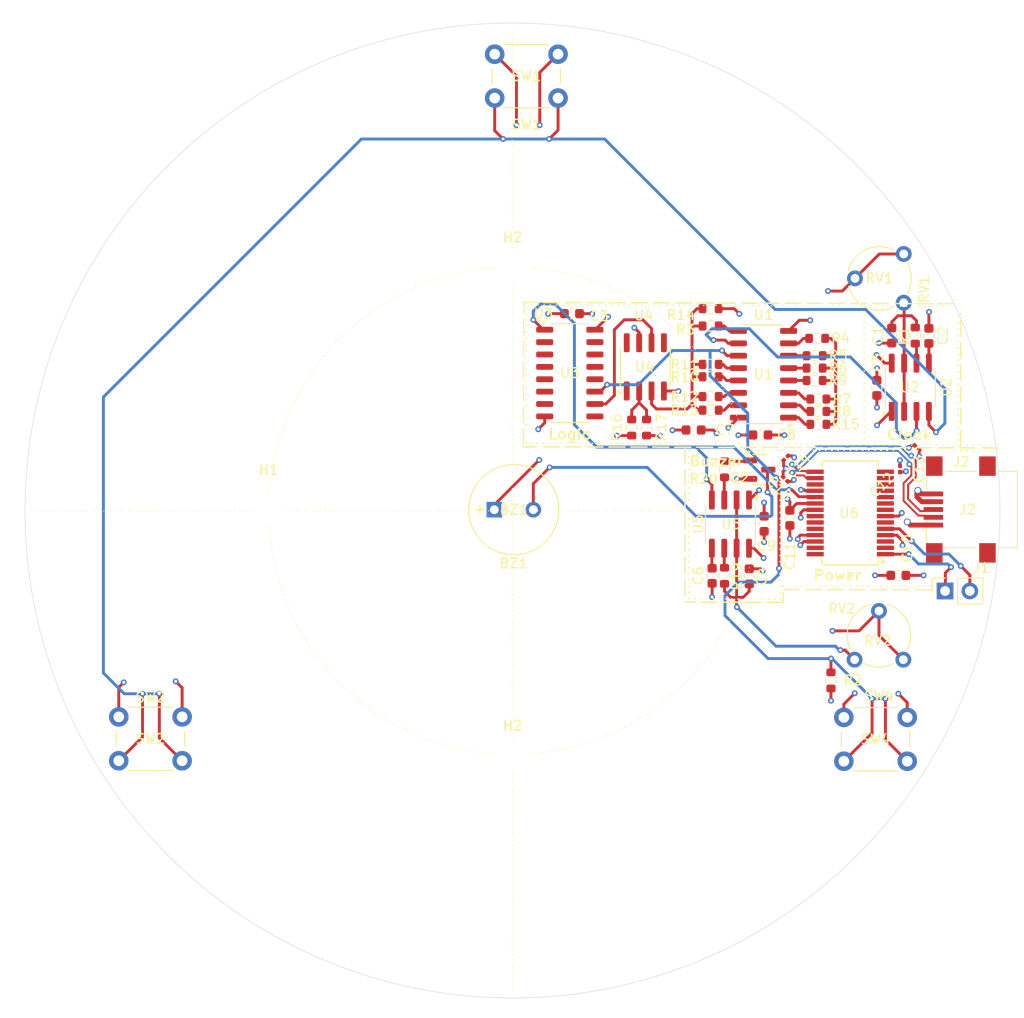
<source format=kicad_pcb>
(kicad_pcb (version 20241229) (generator "pcbnew") (generator_version "9.0")
  (layers (0 "F.Cu" signal "F.SGN") (4 "In1.Cu" signal "I1.GND") (6 "In2.Cu" signal "I2.PWR") (2 "B.Cu" signal "B.SGN") (13 "F.Paste" user) (15 "B.Paste" user) (5 "F.SilkS" user "F.Silkscreen") (7 "B.SilkS" user "B.Silkscreen") (1 "F.Mask" user) (3 "B.Mask" user) (25 "Edge.Cuts" user))
  (net 0 "")
  (net 1 "Net-(U2-DIS)")
  (net 2 "Net-(U2-THR)")
  (net 3 "Net-(SW1-B)")
  (net 4 "5V")
  (net 5 "Net-(U2-CV)")
  (net 6 "GND")
  (net 7 "CLOCK")
  (net 8 "Net-(U5-CV)")
  (net 9 "Net-(U5-DIS)")
  (net 10 "Net-(U5-Q)")
  (net 11 "ALARM")
  (net 12 "Net-(U5-THR)")
  (net 15 "DT+")
  (net 16 "Net-(J1-Pin_2)")
  (net 21 "DT-")
  (net 22 "Net-(J1-Pin_1)")
  (net 31 "Net-(BZ1--)")
  (net 32 "RESET")
  (net 33 "Net-(U1-Q0)")
  (net 34 "Net-(U4-+)")
  (net 35 "Net-(U1-Q1)")
  (net 36 "Net-(U1-Q2)")
  (net 37 "Net-(U1-Q3)")
  (net 38 "Net-(U1-Q4)")
  (net 39 "Net-(U1-Q5)")
  (net 40 "Net-(U1-Q6)")
  (net 41 "Net-(U1-Q7)")
  (net 42 "Net-(U1-Q8)")
  (net 43 "Net-(U1-Q9)")
  (net 44 "Net-(U1-Q10)")
  (net 45 "Net-(U1-Q11)")
  (net 46 "Net-(U4--)")
  (net 47 "Net-(U3-CLK)")
  (net 62 "Net-(Q2-B)")
  (footprint "Capacitor_SMD:C_0603_1608Metric" (layer "F.Cu") (at 89.443 60.325 180)
    (property "Reference" "C7")
    (property "Value" "100n")
  )
  (footprint "MountingHole:MountingHole_3.2mm_M3" (layer "F.Cu") (at 70.85 43.62)
    (property "Reference" "H2")
    (property "Value" "MountingHole")
  )
  (footprint "Capacitor_SMD:C_0603_1608Metric" (layer "F.Cu") (at 95.152 75.334 90)
    (property "Reference" "C4")
    (property "Value" "10n")
  )
  (footprint "Resistor_SMD:R_0603_1608Metric" (layer "F.Cu") (at 103.5304 86.0044 90)
    (property "Reference" "R2")
    (property "Value" "100k")
  )
  (footprint "Resistor_SMD:R_0603_1608Metric" (layer "F.Cu") (at 101.854 52.705)
    (property "Reference" "R5")
    (property "Value" "100k")
  )
  (footprint "Package_SO:SOIC-8_3.9x4.9mm_P1.27mm" (layer "F.Cu") (at 111.668 55.942 90)
    (property "Reference" "U2")
    (property "Value" "NE555D")
  )
  (footprint "Potentiometer_THT:Potentiometer_Piher_PT-6-V_Vertical" (layer "F.Cu") (at 110.993 42.271 180)
    (property "Reference" "RV1")
    (property "Value" "10k")
  )
  (footprint "Capacitor_SMD:C_0603_1608Metric" (layer "F.Cu") (at 96.301 60.833)
    (property "Reference" "C8")
    (property "Value" "100n")
  )
  (footprint "Resistor_SMD:R_0603_1608Metric" (layer "F.Cu") (at 91.186 47.879 180)
    (property "Reference" "R14")
    (property "Value" "100k")
  )
  (footprint "MountingHole:MountingHole_3.2mm_M3" (layer "F.Cu") (at 70.85 93.7)
    (property "Reference" "H2")
    (property "Value" "MountingHole")
  )
  (footprint "Connector_PinSocket_2.54mm:PinSocket_1x02_P2.54mm_Vertical" (layer "F.Cu") (at 115.2344 76.8354 90)
    (property "Reference" "J1")
    (property "Value" "UART")
  )
  (footprint "Resistor_SMD:R_0603_1608Metric" (layer "F.Cu") (at 112.176 50.638 -90)
    (property "Reference" "R1")
    (property "Value" "1k")
  )
  (footprint "Resistor_SMD:R_0603_1608Metric" (layer "F.Cu") (at 102.235 59.7408)
    (property "Reference" "R15")
    (property "Value" "100k")
  )
  (footprint "MountingHole:MountingHole_3.2mm_M3" (layer "F.Cu") (at 45.85 68.62)
    (property "Reference" "H1")
    (property "Value" "MountingHole")
  )
  (footprint "Capacitor_SMD:C_0201_0603Metric" (layer "F.Cu") (at 98.85 65.37 -45)
    (property "Reference" "C15")
    (property "Value" "100pF")
  )
  (footprint "Resistor_SMD:R_0603_1608Metric" (layer "F.Cu") (at 101.854 55.245)
    (property "Reference" "R9")
    (property "Value" "100k")
  )
  (footprint "Resistor_SMD:R_0603_1608Metric" (layer "F.Cu") (at 102.235 58.42)
    (property "Reference" "R8")
    (property "Value" "100k")
  )
  (footprint "Capacitor_SMD:C_0603_1608Metric" (layer "F.Cu") (at 91.342 75.276 90)
    (property "Reference" "C6")
    (property "Value" "10n")
  )
  (footprint "Resistor_SMD:R_0603_1608Metric" (layer "F.Cu") (at 83.093 60.071 -90)
    (property "Reference" "R16")
    (property "Value" "1k")
  )
  (footprint "Resistor_SMD:R_0603_1608Metric" (layer "F.Cu") (at 91.186 49.657 180)
    (property "Reference" "R3")
    (property "Value" "100k")
  )
  (footprint "Capacitor_SMD:C_0603_1608Metric" (layer "F.Cu") (at 99.314 69.342 -90)
    (property "Reference" "C11")
    (property "Value" "100n")
  )
  (footprint "Capacitor_SMD:C_0603_1608Metric" (layer "F.Cu") (at 109.763 50.638 -90)
    (property "Reference" "C1")
    (property "Value" "10n")
  )
  (footprint "Resistor_SMD:R_0603_1608Metric" (layer "F.Cu") (at 101.854 53.975)
    (property "Reference" "R6")
    (property "Value" "100k")
  )
  (footprint "Resistor_SMD:R_0603_1608Metric" (layer "F.Cu") (at 91.186 58.293 180)
    (property "Reference" "R13")
    (property "Value" "100k")
  )
  (footprint "Capacitor_SMD:C_0201_0603Metric" (layer "F.Cu") (at 112.35 62.13 -45)
    (property "Reference" "C13")
    (property "Value" "100pF")
  )
  (footprint "Capacitor_SMD:C_0201_0603Metric" (layer "F.Cu") (at 98.9 63.2 45)
    (property "Reference" "C14")
    (property "Value" "100pF")
  )
  (footprint "Package_SO:SO-16_3.9x9.9mm_P1.27mm" (layer "F.Cu") (at 76.743 54.483)
    (property "Reference" "U3")
    (property "Value" "4040")
  )
  (footprint "Capacitor_SMD:C_0603_1608Metric" (layer "F.Cu") (at 113.573 50.673 -90)
    (property "Reference" "C2")
    (property "Value" "10n")
  )
  (footprint "Resistor_SMD:R_0603_1608Metric" (layer "F.Cu") (at 102.235 57.15)
    (property "Reference" "R7")
    (property "Value" "100k")
  )
  (footprint "Buzzer_Beeper:MagneticBuzzer_PUI_AT-0927-TT-6-R" (layer "F.Cu") (at 69 68.5)
    (property "Reference" "BZ1")
    (property "Value" "Buzzer")
  )
  (footprint "Resistor_SMD:R_0603_1608Metric" (layer "F.Cu") (at 91.186 53.594 180)
    (property "Reference" "R11")
    (property "Value" "100k")
  )
  (footprint "Button_Switch_THT:SW_PUSH_6mm_H4.3mm" (layer "F.Cu") (at 69.0384 21.7784)
    (property "Reference" "SW1")
    (property "Value" "SW_SPST")
  )
  (footprint "Capacitor_SMD:C_0201_0603Metric" (layer "F.Cu") (at 110.61 64.32 -90)
    (property "Reference" "C12")
    (property "Value" "100pF")
  )
  (footprint "Resistor_SMD:R_0603_1608Metric" (layer "F.Cu") (at 102.108 50.927)
    (property "Reference" "R4")
    (property "Value" "100k")
  )
  (footprint "Button_Switch_THT:SW_PUSH_6mm_H4.3mm" (layer "F.Cu") (at 111.3524 94.2996 180)
    (property "Reference" "SW4")
    (property "Value" "SW_SPST")
  )
  (footprint "Package_SO:SOIC-8_3.9x4.9mm_P1.27mm" (layer "F.Cu") (at 93.218 69.977 -90)
    (property "Reference" "U5")
    (property "Value" "NE555D")
  )
  (footprint "Resistor_SMD:R_0603_1608Metric" (layer "F.Cu") (at 91.186 54.864 180)
    (property "Reference" "R10")
    (property "Value" "100k")
  )
  (footprint "Capacitor_SMD:C_0603_1608Metric" (layer "F.Cu") (at 96.676 69.942 90)
    (property "Reference" "C9")
    (property "Value" "100n")
  )
  (footprint "Package_SO:SO-16_3.9x9.9mm_P1.27mm" (layer "F.Cu") (at 96.612 54.61 180)
    (property "Reference" "U1")
    (property "Value" "4040")
  )
  (footprint "Resistor_SMD:R_0603_1608Metric" (layer "F.Cu") (at 91.186 56.896 180)
    (property "Reference" "R12")
    (property "Value" "100k")
  )
  (footprint "Package_TO_SOT_SMD:SOT-23" (layer "F.Cu") (at 96.168 64.389)
    (property "Reference" "Q2")
    (property "Value" "Q_NPN_BEC")
  )
  (footprint "Resistor_SMD:R_0603_1608Metric" (layer "F.Cu") (at 92.612 64.353 -90)
    (property "Reference" "R20")
    (property "Value" "470")
  )
  (footprint "Resistor_SMD:R_0603_1608Metric" (layer "F.Cu") (at 92.612 75.276 90)
    (property "Reference" "R19")
    (property "Value" "1k")
  )
  (footprint "Capacitor_SMD:C_0603_1608Metric" (layer "F.Cu") (at 108.239 56.007 -90)
    (property "Reference" "C3")
    (property "Value" "100n")
  )
  (footprint "Potentiometer_THT:Potentiometer_Piher_PT-6-V_Vertical" (layer "F.Cu") (at 110.953 83.8816 90)
    (property "Reference" "RV2")
    (property "Value" "10k")
  )
  (footprint "Connector_USB:USB_Mini-B_Lumberg_2486_01_Horizontal" (layer "F.Cu") (at 116.7302 68.4784 90)
    (property "Reference" "J2")
    (property "Value" "USB_B")
  )
  (footprint "Package_SO:SSOP-28_5.3x10.2mm_P0.65mm" (layer "F.Cu") (at 105.5116 68.834 180)
    (property "Reference" "U6")
    (property "Value" "FT232RL")
  )
  (footprint "Capacitor_SMD:C_0603_1608Metric" (layer "F.Cu") (at 76.962 48.387 180)
    (property "Reference" "C5")
    (property "Value" "100n")
  )
  (footprint "Package_SO:SOIC-8_3.9x4.9mm_P1.27mm" (layer "F.Cu") (at 84.49 53.848 90)
    (property "Reference" "U4")
    (property "Value" "LM741")
  )
  (footprint "Capacitor_SMD:C_0603_1608Metric" (layer "F.Cu") (at 110.4392 75.2348)
    (property "Reference" "C10")
    (property "Value" "100n")
  )
  (footprint "Resistor_SMD:R_0603_1608Metric" (layer "F.Cu") (at 84.617 60.071 90)
    (property "Reference" "R17")
    (property "Value" "8k2")
  )
  (footprint "Button_Switch_THT:SW_PUSH_6mm_H4.3mm" (layer "F.Cu") (at 30.4812 89.7488)
    (property "Reference" "SW2")
    (property "Value" "SW_SPST")
  )
  (gr_line (start 120.65 61.9125) (end 72.263 61.6585) (stroke (width 0.15) (type dot)) (layer "F.SilkS"))
  (gr_line (start 120.65 62.1665) (end 71.983214 62.045164) (stroke (width 0.15) (type dash)) (layer "F.SilkS"))
  (gr_line (start 98.602307 77.990376) (end 88.544242 77.97436) (stroke (width 0.15) (type dash)) (layer "F.SilkS"))
  (gr_line (start 116.205 47.371) (end 72.009 47.244) (stroke (width 0.15) (type dash)) (layer "F.SilkS"))
  (gr_line (start 72.263 61.6585) (end 72.263 47.244) (stroke (width 0.15) (type dot)) (layer "F.SilkS"))
  (gr_line (start 88.9508 77.6224) (end 88.9508 62.05855) (stroke (width 0.15) (type dot)) (layer "F.SilkS"))
  (gr_line (start 116.84 61.976) (end 116.84 48.387) (stroke (width 0.15) (type dash)) (layer "F.SilkS"))
  (gr_line (start 113.792 76.708) (end 98.6028 76.69166) (stroke (width 0.15) (type dash)) (layer "F.SilkS"))
  (gr_line (start 98.298 77.6224) (end 98.298 62.0395) (stroke (width 0.15) (type dot)) (layer "F.SilkS"))
  (gr_line (start 88.5698 62.1284) (end 88.5444 77.8764) (stroke (width 0.15) (type dash)) (layer "F.SilkS"))
  (gr_line (start 113.7412 76.3524) (end 98.1583 76.3524) (stroke (width 0.15) (type dot)) (layer "F.SilkS"))
  (gr_circle (center 70.85 68.62) (end 95.85 68.62) (stroke (width 0.1) (type dot)) (fill no) (layer "F.SilkS"))
  (gr_line (start 88.9508 77.6224) (end 98.298 77.672385) (stroke (width 0.15) (type dot)) (layer "F.SilkS"))
  (gr_line (start 116.332 47.625) (end 72.263 47.498) (stroke (width 0.15) (type dot)) (layer "F.SilkS"))
  (gr_line (start 120.65 62.4205) (end 88.9 62.3824) (stroke (width 0.15) (type dot)) (layer "F.SilkS"))
  (gr_line (start 106.934 61.849) (end 106.934 48.26) (stroke (width 0.15) (type dot)) (layer "F.SilkS"))
  (gr_line (start 98.603292 77.012123) (end 98.602307 77.927876) (stroke (width 0.15) (type dash)) (layer "F.SilkS"))
  (gr_line (start 70.85 19.27) (end 70.85 117.96) (stroke (width 0.1) (type dot)) (layer "F.SilkS"))
  (gr_line (start 71.9836 61.8236) (end 72.009 47.244) (stroke (width 0.15) (type dash)) (layer "F.SilkS"))
  (gr_line (start 88.6 68.62) (end 21.38989 68.62) (stroke (width 0.1) (type dot)) (layer "F.SilkS"))
  (gr_line (start 116.586 61.976) (end 116.586 48.387) (stroke (width 0.15) (type dot)) (layer "F.SilkS"))
  (gr_circle (center 70.866 68.58) (end 120.866 68.58) (stroke (width 0.05)) (fill no) (layer "Edge.Cuts"))
  (gr_text "Logic" (at 74.422 61.341 0) (layer "F.SilkS") (effects (font (size 1 1.1) (thickness 0.2) (bold yes)) (justify left bottom)))
  (gr_text "Power\n" (at 101.63 75.8 0) (layer "F.SilkS") (effects (font (size 1 1.1) (thickness 0.2) (bold yes)) (justify left bottom)))
  (gr_text "Buzzer" (at 88.9 64.1096 0) (layer "F.SilkS") (effects (font (size 1 1.1) (thickness 0.2) (bold yes)) (justify left bottom)))
  (gr_text "SW1" (at 72.2884 24.0284 0) (layer "F.SilkS") (effects (font (size 1 1))))
  (gr_text "U1" (at 96.612 54.61 0) (layer "F.SilkS") (effects (font (size 1 1))))
  (gr_text "U4" (at 84.425 53.848 0) (layer "F.SilkS") (effects (font (size 1 1))))
  (gr_text "J2" (at 117.54 68.4784 0) (layer "F.SilkS") (effects (font (size 1 1))))
  (gr_text "SW4" (at 108.1024 92.0496 0) (layer "F.SilkS") (effects (font (size 1 1))))
  (gr_text "U3" (at 76.743 54.483 0) (layer "F.SilkS") (effects (font (size 1 1))))
  (gr_text "U5" (at 93.283 69.977 0) (layer "F.SilkS") (effects (font (size 1 1))))
  (gr_text "SW2" (at 33.7312 91.9988 0) (layer "F.SilkS") (effects (font (size 1 1))))
  (gr_text "RV1" (at 108.493 44.766 0) (layer "F.SilkS") (effects (font (size 1 1))))
  (gr_text "U2" (at 111.603 55.942 0) (layer "F.SilkS") (effects (font (size 1 1))))
  (gr_text "BZ1" (at 71 68.5 0) (layer "F.SilkS") (effects (font (size 1 1))))
  (gr_text "Clock\n" (at 109.128 61.403 0) (layer "F.SilkS") (effects (font (size 1 1.1) (thickness 0.2) (bold yes)) (justify left bottom)))
  (gr_text "RV2" (at 108.33 81.91 0) (layer "F.SilkS") (effects (font (size 1 1))))
  (segment (start 111.033 58.417) (end 111.033 53.467) (width 0.3) (layer "F.Cu") (net 1))
  (segment (start 109.763 49.241) (end 110.398 48.606) (width 0.3) (layer "F.Cu") (net 1))
  (segment (start 112.303 49.813) (end 112.303 49.114) (width 0.3) (layer "F.Cu") (net 1))
  (segment (start 112.303 49.114) (end 111.795 48.606) (width 0.3) (layer "F.Cu") (net 1))
  (segment (start 111.033 48.606) (end 111.033 47.63) (width 0.3) (layer "F.Cu") (net 1))
  (segment (start 111.033 48.606) (end 110.398 48.606) (width 0.3) (layer "F.Cu") (net 1))
  (segment (start 109.763 49.863) (end 109.763 49.241) (width 0.3) (layer "F.Cu") (net 1))
  (segment (start 111.795 48.606) (end 111.033 48.606) (width 0.3) (layer "F.Cu") (net 1))
  (segment (start 111.033 47.441) (end 110.993 47.401) (width 0.3) (layer "F.Cu") (net 1))
  (segment (start 111.033 53.467) (end 111.033 48.606) (width 0.3) (layer "F.Cu") (net 1))
  (segment (start 112.303 53.467) (end 112.303 51.463) (width 0.3) (layer "F.Cu") (net 2))
  (segment (start 75.5384 26.2784) (end 75.5384 29.5668) (width 0.3) (layer "F.Cu") (net 3))
  (segment (start 30.4812 94.2488) (end 32.9184 91.8116) (width 0.3) (layer "F.Cu") (net 3))
  (segment (start 32.9184 91.8116) (end 32.9184 87.376) (width 0.3) (layer "F.Cu") (net 3))
  (segment (start 34.6456 91.9132) (end 34.6456 87.376) (width 0.3) (layer "F.Cu") (net 3))
  (segment (start 113.573 58.417) (end 113.573 59.8266) (width 0.3) (layer "F.Cu") (net 3))
  (segment (start 113.573 59.8266) (end 114.3 60.5536) (width 0.3) (layer "F.Cu") (net 3))
  (segment (start 75.5384 29.5668) (end 74.6252 30.48) (width 0.3) (layer "F.Cu") (net 3))
  (segment (start 69.0384 29.6176) (end 69.9008 30.48) (width 0.3) (layer "F.Cu") (net 3))
  (segment (start 36.9812 94.2488) (end 34.6456 91.9132) (width 0.3) (layer "F.Cu") (net 3))
  (segment (start 69.0384 26.2784) (end 69.0384 29.6176) (width 0.3) (layer "F.Cu") (net 3))
  (via (at 114.3 60.5536) (size 0.6) (drill 0.3) (layers "F.Cu" "B.Cu") (net 3))
  (via (at 69.9008 30.48) (size 0.6) (drill 0.3) (layers "F.Cu" "B.Cu") (net 3))
  (via (at 74.6252 30.48) (size 0.6) (drill 0.3) (layers "F.Cu" "B.Cu") (net 3))
  (via (at 32.9184 87.376) (size 0.6) (drill 0.3) (layers "F.Cu" "B.Cu") (net 3))
  (via (at 34.6456 87.376) (size 0.6) (drill 0.3) (layers "F.Cu" "B.Cu") (net 3))
  (segment (start 114.3 60.5536) (end 115.2144 59.6392) (width 0.3) (layer "B.Cu") (net 3))
  (segment (start 31.0388 87.376) (end 32.9184 87.376) (width 0.3) (layer "B.Cu") (net 3))
  (segment (start 69.9008 30.48) (end 55.372 30.48) (width 0.3) (layer "B.Cu") (net 3))
  (segment (start 28.9052 85.2424) (end 31.0388 87.376) (width 0.3) (layer "B.Cu") (net 3))
  (segment (start 34.6456 87.376) (end 32.9184 87.376) (width 0.3) (layer "B.Cu") (net 3))
  (segment (start 107.0912 47.96) (end 97.7948 47.96) (width 0.3) (layer "B.Cu") (net 3))
  (segment (start 74.6252 30.48) (end 69.9008 30.48) (width 0.3) (layer "B.Cu") (net 3))
  (segment (start 115.2144 56.0832) (end 107.0912 47.96) (width 0.3) (layer "B.Cu") (net 3))
  (segment (start 28.9052 56.9468) (end 28.9052 85.2424) (width 0.3) (layer "B.Cu") (net 3))
  (segment (start 55.372 30.48) (end 28.9052 56.9468) (width 0.3) (layer "B.Cu") (net 3))
  (segment (start 80.3148 30.48) (end 74.6252 30.48) (width 0.3) (layer "B.Cu") (net 3))
  (segment (start 97.7948 47.96) (end 80.3148 30.48) (width 0.3) (layer "B.Cu") (net 3))
  (segment (start 115.2144 59.6392) (end 115.2144 56.0832) (width 0.3) (layer "B.Cu") (net 3))
  (segment (start 108.453 81.3816) (end 108.453 78.8816) (width 0.3) (layer "F.Cu") (net 4))
  (segment (start 109.0422 53.467) (end 109.763 53.467) (width 0.3) (layer "F.Cu") (net 4))
  (segment (start 101.9116 67.859) (end 100.022 67.859) (width 0.3) (layer "F.Cu") (net 4))
  (segment (start 94.0562 60.833) (end 94.0308 60.8584) (width 0.3) (layer "F.Cu") (net 4))
  (segment (start 96.676 71.8276) (end 96.6724 71.8312) (width 0.3) (layer "F.Cu") (net 4))
  (segment (start 105.993 44.771) (end 104.6884 46.0756) (width 0.3) (layer "F.Cu") (net 4))
  (segment (start 108.493 42.271) (end 105.993 44.771) (width 0.3) (layer "F.Cu") (net 4))
  (segment (start 110.61 63.744349) (end 110.61 64) (width 0.3) (layer "F.Cu") (net 4))
  (segment (start 110.871 71.6934) (end 110.871 72.1614) (width 0.3) (layer "F.Cu") (net 4))
  (segment (start 95.123 72.452) (end 95.6168 72.452) (width 0.3) (layer "F.Cu") (net 4))
  (segment (start 73.66 23.6568) (end 73.66 29.0576) (width 0.3) (layer "F.Cu") (net 4))
  (segment (start 109.1116 71.109) (end 110.2866 71.109) (width 0.3) (layer "F.Cu") (net 4))
  (segment (start 111.3536 69.7484) (end 111.6836 70.0784) (width 0.5) (layer "F.Cu") (net 4))
  (segment (start 110.2866 71.109) (end 110.871 71.6934) (width 0.3) (layer "F.Cu") (net 4))
  (segment (start 69 68.5) (end 69 68.0076) (width 0.3) (layer "F.Cu") (net 4))
  (segment (start 98.910006 64.274341) (end 98.673726 64.038061) (width 0.3) (layer "F.Cu") (net 4))
  (segment (start 104.4448 80.9244) (end 103.6828 80.9244) (width 0.3) (layer "F.Cu") (net 4))
  (segment (start 36.9812 89.7488) (end 36.9812 86.7652) (width 0.3) (layer "F.Cu") (net 4))
  (segment (start 79.318 50.038) (end 79.3496 50.038) (width 0.3) (layer "F.Cu") (net 4))
  (segment (start 111.6836 70.0784) (end 114.0302 70.0784) (width 0.5) (layer "F.Cu") (net 4))
  (segment (start 79.3496 50.038) (end 80.6704 48.7172) (width 0.3) (layer "F.Cu") (net 4))
  (segment (start 91.4654 60.325) (end 91.7956 60.6552) (width 0.3) (layer "F.Cu") (net 4))
  (segment (start 99.11 67.46) (end 99.314 67.664) (width 0.3) (layer "F.Cu") (net 4))
  (segment (start 79.0194 48.387) (end 79.0448 48.4124) (width 0.3) (layer "F.Cu") (net 4))
  (segment (start 99.07 67.41) (end 99.11 67.45) (width 0.3) (layer "F.Cu") (net 4))
  (segment (start 90.218 60.325) (end 91.4654 60.325) (width 0.3) (layer "F.Cu") (net 4))
  (segment (start 69 68.0076) (end 73.6092 63.3984) (width 0.3) (layer "F.Cu") (net 4))
  (segment (start 108.239 54.0162) (end 108.2548 54.0004) (width 0.3) (layer "F.Cu") (net 4))
  (segment (start 112.123726 61.903726) (end 111.761964 61.903726) (width 0.3) (layer "F.Cu") (net 4))
  (segment (start 83.093 60.896) (end 81.598 60.896) (width 0.3) (layer "F.Cu") (net 4))
  (segment (start 94.037 59.055) (end 94.037 59.0742) (width 0.3) (layer "F.Cu") (net 4))
  (segment (start 108.239 55.232) (end 108.239 54.0162) (width 0.3) (layer "F.Cu") (net 4))
  (segment (start 83.855 51.373) (end 83.855 50.327) (width 0.3) (layer "F.Cu") (net 4))
  (segment (start 95.6168 72.452) (end 96.6216 73.4568) (width 0.3) (layer "F.Cu") (net 4))
  (segment (start 99.314 67.664) (end 99.314 68.567) (width 0.3) (layer "F.Cu") (net 4))
  (segment (start 98.910006 64.274341) (end 98.623726 64.560621) (width 0.3) (layer "F.Cu") (net 4))
  (segment (start 100.022 67.859) (end 99.314 68.567) (width 0.3) (layer "F.Cu") (net 4))
  (segment (start 71.2724 24.0124) (end 71.2724 29.0576) (width 0.3) (layer "F.Cu") (net 4))
  (segment (start 94.037 59.0742) (end 93.0148 60.0964) (width 0.3) (layer "F.Cu") (net 4))
  (segment (start 111.761964 61.903726) (end 111.514254 62.151436) (width 0.3) (layer "F.Cu") (net 4))
  (segment (start 103.886 46.0756) (end 103.2256 46.0756) (width 0.3) (layer "F.Cu") (net 4))
  (segment (start 110.993 42.271) (end 108.493 42.271) (width 0.3) (layer "F.Cu") (net 4))
  (segment (start 110.953 83.8816) (end 108.453 81.3816) (width 0.3) (layer "F.Cu") (net 4))
  (segment (start 36.9812 86.7652) (end 36.322 86.106) (width 0.3) (layer "F.Cu") (net 4))
  (segment (start 103.5304 86.8294) (end 103.5304 88.0872) (width 0.3) (layer "F.Cu") (net 4))
  (segment (start 109.6642 75.2348) (end 108.0516 75.2348) (width 0.3) (layer "F.Cu") (net 4))
  (segment (start 106.4102 80.9244) (end 104.4448 80.9244) (width 0.3) (layer "F.Cu") (net 4))
  (segment (start 108.453 78.8816) (end 106.4102 80.9244) (width 0.3) (layer "F.Cu") (net 4))
  (segment (start 98.623726 64.560621) (end 98.623726 65.143726) (width 0.3) (layer "F.Cu") (net 4))
  (segment (start 75.5384 21.7784) (end 73.66 23.6568) (width 0.3) (layer "F.Cu") (net 4))
  (segment (start 83.855 50.327) (end 83.3628 49.8348) (width 0.3) (layer "F.Cu") (net 4))
  (segment (start 96.676 70.717) (end 96.676 71.8276) (width 0.3) (layer "F.Cu") (net 4))
  (segment (start 95.526 60.833) (end 94.0562 60.833) (width 0.3) (layer "F.Cu") (net 4))
  (segment (start 110.605393 63.739742) (end 110.61 63.744349) (width 0.3) (layer "F.Cu") (net 4))
  (segment (start 104.6884 46.0756) (end 103.886 46.0756) (width 0.3) (layer "F.Cu") (net 4))
  (segment (start 30.4812 89.7488) (end 30.4812 86.7144) (width 0.3) (layer "F.Cu") (net 4))
  (segment (start 99.11 67.45) (end 99.11 67.46) (width 0.3) (layer "F.Cu") (net 4))
  (segment (start 98.673726 64.038061) (end 98.673726 63.426274) (width 0.3) (layer "F.Cu") (net 4))
  (segment (start 30.4812 86.7144) (end 30.988 86.2076) (width 0.3) (layer "F.Cu") (net 4))
  (segment (start 109.0422 53.467) (end 108.204 52.6288) (width 0.3) (layer "F.Cu") (net 4))
  (segment (start 110.605393 63.434607) (end 110.605393 63.739742) (width 0.3) (layer "F.Cu") (net 4))
  (segment (start 77.737 48.387) (end 79.0194 48.387) (width 0.3) (layer "F.Cu") (net 4))
  (segment (start 69.0384 21.7784) (end 71.2724 24.0124) (width 0.3) (layer "F.Cu") (net 4))
  (segment (start 81.598 60.896) (end 81.5848 60.9092) (width 0.3) (layer "F.Cu") (net 4))
  (via (at 36.322 86.106) (size 0.6) (drill 0.3) (layers "F.Cu" "B.Cu") (net 4))
  (via (at 96.6216 73.4568) (size 0.6) (drill 0.3) (layers "F.Cu" "B.Cu") (net 4))
  (via (at 108.204 52.6288) (size 0.6) (drill 0.3) (layers "F.Cu" "B.Cu") (net 4))
  (via (at 110.871 72.1614) (size 0.6) (drill 0.3) (layers "F.Cu" "B.Cu") (net 4))
  (via (at 98.910006 64.274341) (size 0.6) (drill 0.3) (layers "F.Cu" "B.Cu") (net 4))
  (via (at 99.07 67.41) (size 0.6) (drill 0.3) (layers "F.Cu" "B.Cu") (net 4))
  (via (at 103.6828 80.9244) (size 0.6) (drill 0.3) (layers "F.Cu" "B.Cu") (net 4))
  (via (at 110.605393 63.434607) (size 0.6) (drill 0.3) (layers "F.Cu" "B.Cu") (net 4))
  (via (at 73.6092 63.3984) (size 0.6) (drill 0.3) (layers "F.Cu" "B.Cu") (net 4))
  (via (at 94.0308 60.8584) (size 0.6) (drill 0.3) (layers "F.Cu" "B.Cu") (net 4))
  (via (at 108.2548 54.0004) (size 0.6) (drill 0.3) (layers "F.Cu" "B.Cu") (net 4))
  (via (at 111.3536 69.7484) (size 0.7) (drill 0.5) (layers "F.Cu" "B.Cu") (net 4))
  (via (at 30.988 86.2076) (size 0.6) (drill 0.3) (layers "F.Cu" "B.Cu") (net 4))
  (via (at 96.6724 71.8312) (size 0.6) (drill 0.3) (layers "F.Cu" "B.Cu") (net 4))
  (via (at 71.2724 29.0576) (size 0.6) (drill 0.3) (layers "F.Cu" "B.Cu") (net 4))
  (via (at 79.0448 48.4124) (size 0.6) (drill 0.3) (layers "F.Cu" "B.Cu") (net 4))
  (via (at 81.5848 60.9092) (size 0.6) (drill 0.3) (layers "F.Cu" "B.Cu") (net 4))
  (via (at 80.6704 48.7172) (size 0.6) (drill 0.3) (layers "F.Cu" "B.Cu") (net 4))
  (via (at 108.0516 75.2348) (size 0.6) (drill 0.3) (layers "F.Cu" "B.Cu") (net 4))
  (via (at 93.0148 60.0964) (size 0.6) (drill 0.3) (layers "F.Cu" "B.Cu") (net 4))
  (via (at 91.7956 60.6552) (size 0.6) (drill 0.3) (layers "F.Cu" "B.Cu") (net 4))
  (via (at 83.3628 49.8348) (size 0.6) (drill 0.3) (layers "F.Cu" "B.Cu") (net 4))
  (via (at 73.66 29.0576) (size 0.6) (drill 0.3) (layers "F.Cu" "B.Cu") (net 4))
  (via (at 103.5304 88.0872) (size 0.6) (drill 0.3) (layers "F.Cu" "B.Cu") (net 4))
  (via (at 111.514254 62.151436) (size 0.6) (drill 0.3) (layers "F.Cu" "B.Cu") (net 4))
  (via (at 103.2256 46.0756) (size 0.6) (drill 0.3) (layers "F.Cu" "B.Cu") (net 4))
  (segment (start 113.573 53.467) (end 113.573 51.448) (width 0.3) (layer "F.Cu") (net 5))
  (segment (start 108.4614 51.413) (end 108.458 51.4096) (width 0.3) (layer "F.Cu") (net 6))
  (segment (start 100.9904 49.0728) (end 101.3968 49.0728) (width 0.3) (layer "F.Cu") (net 6))
  (segment (start 101.9116 71.759) (end 100.7578 71.759) (width 0.3) (layer "F.Cu") (net 6))
  (segment (start 111.2142 75.2348) (end 113.03 75.2348) (width 0.3) (layer "F.Cu") (net 6))
  (segment (start 93.8886 65.339) (end 93.8784 65.3288) (width 0.3) (layer "F.Cu") (net 6))
  (segment (start 100.3918 71.109) (end 101.9116 71.109) (width 0.3) (layer "F.Cu") (net 6))
  (segment (start 100.7366 68.509) (end 101.9116 68.509) (width 0.3) (layer "F.Cu") (net 6))
  (segment (start 93.599 47.879) (end 94.1324 48.4124) (width 0.3) (layer "F.Cu") (net 6))
  (segment (start 113.573 49.898) (end 113.573 48.225) (width 0.3) (layer "F.Cu") (net 6))
  (segment (start 99.187 50.165) (end 100.2792 49.0728) (width 0.3) (layer "F.Cu") (net 6))
  (segment (start 98.7298 60.833) (end 98.7552 60.8584) (width 0.3) (layer "F.Cu") (net 6))
  (segment (start 92.011 47.879) (end 93.599 47.879) (width 0.3) (layer "F.Cu") (net 6))
  (segment (start 100.44852 66.45848) (end 100.78629 66.45848) (width 0.3) (layer "F.Cu") (net 6))
  (segment (start 100.88681 66.559) (end 101.9116 66.559) (width 0.3) (layer "F.Cu") (net 6))
  (segment (start 111.3524 88.2892) (end 110.4392 87.376) (width 0.3) (layer "F.Cu") (net 6))
  (segment (start 112.34 67.1788) (end 112.8396 67.6784) (width 0.5) (layer "F.Cu") (net 6))
  (segment (start 100.43 69.32) (end 100.43 68.8156) (width 0.3) (layer "F.Cu") (net 6))
  (segment (start 88.668 60.325) (end 87.2998 60.325) (width 0.3) (layer "F.Cu") (net 6))
  (segment (start 99.571677 65.596274) (end 99.724449 65.443502) (width 0.3) (layer "F.Cu") (net 6))
  (segment (start 76.187 48.387) (end 74.549 48.387) (width 0.3) (layer "F.Cu") (net 6))
  (segment (start 112.4428 66.52) (end 112.34 66.6228) (width 0.5) (layer "F.Cu") (net 6))
  (segment (start 96.3014 74.559) (end 96.52 74.7776) (width 0.3) (layer "F.Cu") (net 6))
  (segment (start 87.2998 60.325) (end 87.2744 60.3504) (width 0.3) (layer "F.Cu") (net 6))
  (segment (start 112.576274 63.001323) (end 112.594649 63.019698) (width 0.3) (layer "F.Cu") (net 6))
  (segment (start 111.3524 89.7996) (end 111.3524 88.2892) (width 0.3) (layer "F.Cu") (net 6))
  (segment (start 99.076274 65.596274) (end 99.571677 65.596274) (width 0.3) (layer "F.Cu") (net 6))
  (segment (start 87.8698 56.323) (end 87.884 56.3372) (width 0.3) (layer "F.Cu") (net 6))
  (segment (start 99.126274 62.973726) (end 99.589825 62.973726) (width 0.3) (layer "F.Cu") (net 6))
  (segment (start 112.34 66.6228) (end 112.34 67.1788) (width 0.5) (layer "F.Cu") (net 6))
  (segment (start 86.395 56.323) (end 87.8698 56.323) (width 0.3) (layer "F.Cu") (net 6))
  (segment (start 96.676 67.7708) (end 96.6724 67.7672) (width 0.3) (layer "F.Cu") (net 6))
  (segment (start 100.2792 49.0728) (end 100.9904 49.0728) (width 0.3) (layer "F.Cu") (net 6))
  (segment (start 100.1268 71.374) (end 100.3918 71.109) (width 0.3) (layer "F.Cu") (net 6))
  (segment (start 100.43 68.8156) (end 100.7366 68.509) (width 0.3) (layer "F.Cu") (net 6))
  (segment (start 110.61 64.64) (end 111.150222 64.64) (width 0.3) (layer "F.Cu") (net 6))
  (segment (start 74.168 59.5884) (end 73.5076 60.2488) (width 0.3) (layer "F.Cu") (net 6))
  (segment (start 95.1596 67.502) (end 96.1644 66.4972) (width 0.3) (layer "F.Cu") (net 6))
  (segment (start 100.78629 66.45848) (end 100.88681 66.559) (width 0.3) (layer "F.Cu") (net 6))
  (segment (start 112.576274 62.356274) (end 112.576274 63.001323) (width 0.3) (layer "F.Cu") (net 6))
  (segment (start 99.314 70.117) (end 99.314 71.4756) (width 0.3) (layer "F.Cu") (net 6))
  (segment (start 109.1116 69.159) (end 110.4698 69.159) (width 0.3) (layer "F.Cu") (net 6))
  (segment (start 91.342 76.051) (end 91.342 77.4664) (width 0.3) (layer "F.Cu") (net 6))
  (segment (start 109.763 51.413) (end 108.4614 51.413) (width 0.3) (layer "F.Cu") (net 6))
  (segment (start 74.168 58.928) (end 74.168 59.5884) (width 0.3) (layer "F.Cu") (net 6))
  (segment (start 112.8012 66.8784) (end 114.0302 66.8784) (width 0.5) (layer "F.Cu") (net 6))
  (segment (start 100.7578 71.759) (end 100.3808 72.136) (width 0.3) (layer "F.Cu") (net 6))
  (segment (start 96.676 69.167) (end 96.676 67.7708) (width 0.3) (layer "F.Cu") (net 6))
  (segment (start 74.549 48.387) (end 74.5236 48.4124) (width 0.3) (layer "F.Cu") (net 6))
  (segment (start 97.076 60.833) (end 98.7298 60.833) (width 0.3) (layer "F.Cu") (net 6))
  (segment (start 104.8524 88.4416) (end 105.9688 87.3252) (width 0.3) (layer "F.Cu") (net 6))
  (segment (start 100.1268 71.5264) (end 100.1268 71.374) (width 0.3) (layer "F.Cu") (net 6))
  (segment (start 91.342 77.4664) (end 91.3384 77.47) (width 0.3) (layer "F.Cu") (net 6))
  (segment (start 85.9912 60.896) (end 86.0044 60.9092) (width 0.3) (layer "F.Cu") (net 6))
  (segment (start 104.8524 89.7996) (end 104.8524 88.4416) (width 0.3) (layer "F.Cu") (net 6))
  (segment (start 95.123 67.502) (end 95.1596 67.502) (width 0.3) (layer "F.Cu") (net 6))
  (segment (start 84.617 60.896) (end 85.9912 60.896) (width 0.3) (layer "F.Cu") (net 6))
  (segment (start 109.6802 58.417) (end 108.2548 59.8424) (width 0.3) (layer "F.Cu") (net 6))
  (segment (start 110.4698 69.159) (end 110.7948 68.834) (width 0.3) (layer "F.Cu") (net 6))
  (segment (start 95.2305 65.339) (end 93.8886 65.339) (width 0.3) (layer "F.Cu") (net 6))
  (segment (start 112.4428 66.52) (end 112.8012 66.8784) (width 0.5) (layer "F.Cu") (net 6))
  (segment (start 95.152 74.559) (end 96.3014 74.559) (width 0.3) (layer "F.Cu") (net 6))
  (segment (start 99.589825 62.973726) (end 99.756734 63.140635) (width 0.3) (layer "F.Cu") (net 6))
  (segment (start 113.573 48.225) (end 113.5888 48.2092) (width 0.3) (layer "F.Cu") (net 6))
  (segment (start 108.239 56.782) (end 108.239 57.9978) (width 0.3) (layer "F.Cu") (net 6))
  (segment (start 111.150222 64.64) (end 111.224999 64.565223) (width 0.3) (layer "F.Cu") (net 6))
  (segment (start 109.763 58.417) (end 109.6802 58.417) (width 0.3) (layer "F.Cu") (net 6))
  (segment (start 108.239 57.9978) (end 108.2548 58.0136) (width 0.3) (layer "F.Cu") (net 6))
  (segment (start 112.8396 67.6784) (end 114.0302 67.6784) (width 0.5) (layer "F.Cu") (net 6))
  (via (at 93.8784 65.3288) (size 0.6) (drill 0.3) (layers "F.Cu" "B.Cu") (net 6))
  (via (at 112.4428 66.52) (size 0.7) (drill 0.5) (layers "F.Cu" "B.Cu") (net 6))
  (via (at 86.0044 60.9092) (size 0.6) (drill 0.3) (layers "F.Cu" "B.Cu") (net 6))
  (via (at 96.6724 67.7672) (size 0.6) (drill 0.3) (layers "F.Cu" "B.Cu") (net 6))
  (via (at 108.2548 59.8424) (size 0.6) (drill 0.3) (layers "F.Cu" "B.Cu") (net 6))
  (via (at 108.458 51.4096) (size 0.6) (drill 0.3) (layers "F.Cu" "B.Cu") (net 6))
  (via (at 100.3808 72.136) (size 0.6) (drill 0.3) (layers "F.Cu" "B.Cu") (net 6))
  (via (at 101.3968 49.0728) (size 0.6) (drill 0.3) (layers "F.Cu" "B.Cu") (net 6))
  (via (at 74.5236 48.4124) (size 0.6) (drill 0.3) (layers "F.Cu" "B.Cu") (net 6))
  (via (at 100.1268 71.5264) (size 0.6) (drill 0.3) (layers "F.Cu" "B.Cu") (net 6))
  (via (at 87.2744 60.3504) (size 0.6) (drill 0.3) (layers "F.Cu" "B.Cu") (net 6))
  (via (at 100.44852 66.45848) (size 0.6) (drill 0.3) (layers "F.Cu" "B.Cu") (net 6))
  (via (at 110.4392 87.376) (size 0.6) (drill 0.3) (layers "F.Cu" "B.Cu") (net 6))
  (via (at 96.1644 66.4972) (size 0.6) (drill 0.3) (layers "F.Cu" "B.Cu") (net 6))
  (via (at 91.3384 77.47) (size 0.6) (drill 0.3) (layers "F.Cu" "B.Cu") (net 6))
  (via (at 96.52 74.7776) (size 0.6) (drill 0.3) (layers "F.Cu" "B.Cu") (net 6))
  (via (at 111.224999 64.565223) (size 0.6) (drill 0.3) (layers "F.Cu" "B.Cu") (net 6))
  (via (at 113.5888 48.2092) (size 0.6) (drill 0.3) (layers "F.Cu" "B.Cu") (net 6))
  (via (at 100.43 69.32) (size 0.6) (drill 0.3) (layers "F.Cu" "B.Cu") (net 6))
  (via (at 112.594649 63.019698) (size 0.6) (drill 0.3) (layers "F.Cu" "B.Cu") (net 6))
  (via (at 94.1324 48.4124) (size 0.6) (drill 0.3) (layers "F.Cu" "B.Cu") (net 6))
  (via (at 98.7552 60.8584) (size 0.6) (drill 0.3) (layers "F.Cu" "B.Cu") (net 6))
  (via (at 110.7948 68.834) (size 0.6) (drill 0.3) (layers "F.Cu" "B.Cu") (net 6))
  (via (at 99.756734 63.140635) (size 0.6) (drill 0.3) (layers "F.Cu" "B.Cu") (net 6))
  (via (at 105.9688 87.3252) (size 0.6) (drill 0.3) (layers "F.Cu" "B.Cu") (net 6))
  (via (at 113.03 75.2348) (size 0.6) (drill 0.3) (layers "F.Cu" "B.Cu") (net 6))
  (via (at 73.5076 60.2488) (size 0.6) (drill 0.3) (layers "F.Cu" "B.Cu") (net 6))
  (via (at 99.724449 65.443502) (size 0.6) (drill 0.3) (layers "F.Cu" "B.Cu") (net 6))
  (via (at 108.2548 58.0136) (size 0.6) (drill 0.3) (layers "F.Cu" "B.Cu") (net 6))
  (via (at 87.884 56.3372) (size 0.6) (drill 0.3) (layers "F.Cu" "B.Cu") (net 6))
  (via (at 99.314 71.4756) (size 0.6) (drill 0.3) (layers "F.Cu" "B.Cu") (net 6))
  (segment (start 92.9894 51.435) (end 92.71 51.1556) (width 0.3) (layer "F.Cu") (net 7))
  (segment (start 92.6592 51.1048) (end 91.4908 51.1048) (width 0.3) (layer "F.Cu") (net 7))
  (segment (start 112.303 58.417) (end 112.303 60.3854) (width 0.3) (layer "F.Cu") (net 7))
  (segment (start 94.037 51.435) (end 92.9894 51.435) (width 0.3) (layer "F.Cu") (net 7))
  (segment (start 92.71 51.1556) (end 92.6592 51.1048) (width 0.3) (layer "F.Cu") (net 7))
  (segment (start 112.303 60.3854) (end 112.3188 60.4012) (width 0.3) (layer "F.Cu") (net 7))
  (via (at 112.3188 60.4012) (size 0.6) (drill 0.3) (layers "F.Cu" "B.Cu") (net 7))
  (via (at 91.4908 51.1048) (size 0.6) (drill 0.3) (layers "F.Cu" "B.Cu") (net 7))
  (segment (start 110.236 57.556) (end 105.512 52.832) (width 0.3) (layer "B.Cu") (net 7))
  (segment (start 91.2876 51.1048) (end 91.4908 51.1048) (width 0.3) (layer "B.Cu") (net 7))
  (segment (start 98.044 52.832) (end 95.1484 49.9364) (width 0.3) (layer "B.Cu") (net 7))
  (segment (start 91.3384 49.9364) (end 90.7288 50.546) (width 0.3) (layer "B.Cu") (net 7))
  (segment (start 111.5568 61.1632) (end 110.998 61.1632) (width 0.3) (layer "B.Cu") (net 7))
  (segment (start 95.1484 49.9364) (end 91.3384 49.9364) (width 0.3) (layer "B.Cu") (net 7))
  (segment (start 112.3188 60.4012) (end 111.5568 61.1632) (width 0.3) (layer "B.Cu") (net 7))
  (segment (start 110.998 61.1632) (end 110.236 60.4012) (width 0.3) (layer "B.Cu") (net 7))
  (segment (start 105.512 52.832) (end 98.044 52.832) (width 0.3) (layer "B.Cu") (net 7))
  (segment (start 110.236 60.4012) (end 110.236 57.556) (width 0.3) (layer "B.Cu") (net 7))
  (segment (start 90.7288 50.546) (end 91.2876 51.1048) (width 0.3) (layer "B.Cu") (net 7))
  (segment (start 91.313 74.472) (end 91.342 74.501) (width 0.3) (layer "F.Cu") (net 8))
  (segment (start 91.313 72.452) (end 91.313 74.472) (width 0.3) (layer "F.Cu") (net 8))
  (segment (start 93.853 72.452) (end 93.853 67.502) (width 0.3) (layer "F.Cu") (net 9))
  (segment (start 94.517 77.493) (end 93.853 77.493) (width 0.3) (layer "F.Cu") (net 9))
  (segment (start 104.4956 82.9056) (end 104.977 82.9056) (width 0.3) (layer "F.Cu") (net 9))
  (segment (start 92.612 76.101) (end 92.612 76.858) (width 0.3) (layer "F.Cu") (net 9))
  (segment (start 93.853 78.4606) (end 93.8784 78.486) (width 0.3) (layer "F.Cu") (net 9))
  (segment (start 95.152 76.109) (end 95.152 76.858) (width 0.3) (layer "F.Cu") (net 9))
  (segment (start 92.612 76.858) (end 93.247 77.493) (width 0.3) (layer "F.Cu") (net 9))
  (segment (start 104.977 82.9056) (end 105.953 83.8816) (width 0.3) (layer "F.Cu") (net 9))
  (segment (start 93.853 72.452) (end 93.853 77.493) (width 0.3) (layer "F.Cu") (net 9))
  (segment (start 93.247 77.493) (end 93.853 77.493) (width 0.3) (layer "F.Cu") (net 9))
  (segment (start 95.152 76.858) (end 94.517 77.493) (width 0.3) (layer "F.Cu") (net 9))
  (segment (start 93.853 77.493) (end 93.853 78.4606) (width 0.3) (layer "F.Cu") (net 9))
  (via (at 93.8784 78.486) (size 0.6) (drill 0.3) (layers "F.Cu" "B.Cu") (net 9))
  (via (at 104.4956 82.9056) (size 0.6) (drill 0.3) (layers "F.Cu" "B.Cu") (net 9))
  (segment (start 103.9876 82.4992) (end 104.394 82.9056) (width 0.3) (layer "B.Cu") (net 9))
  (segment (start 97.8916 82.4992) (end 103.9876 82.4992) (width 0.3) (layer "B.Cu") (net 9))
  (segment (start 104.394 82.9056) (end 104.4956 82.9056) (width 0.3) (layer "B.Cu") (net 9))
  (segment (start 93.8784 78.486) (end 97.8916 82.4992) (width 0.3) (layer "B.Cu") (net 9))
  (segment (start 92.583 65.207) (end 92.612 65.178) (width 0.3) (layer "F.Cu") (net 10))
  (segment (start 92.583 67.502) (end 92.583 65.207) (width 0.3) (layer "F.Cu") (net 10))
  (segment (start 74.168 50.038) (end 74.0156 50.038) (width 0.3) (layer "F.Cu") (net 11))
  (segment (start 91.313 65.913) (end 90.7796 65.3796) (width 0.3) (layer "F.Cu") (net 11))
  (segment (start 91.313 67.502) (end 91.313 65.913) (width 0.3) (layer "F.Cu") (net 11))
  (segment (start 101.8696 67.167) (end 101.9116 67.209) (width 0.3) (layer "F.Cu") (net 11))
  (segment (start 99.216092 66.458465) (end 99.529265 66.458465) (width 0.3) (layer "F.Cu") (net 11))
  (segment (start 74.0156 50.038) (end 72.9996 49.022) (width 0.3) (layer "F.Cu") (net 11))
  (segment (start 100.2378 67.167) (end 101.8696 67.167) (width 0.3) (layer "F.Cu") (net 11))
  (segment (start 99.529265 66.458465) (end 100.2378 67.167) (width 0.3) (layer "F.Cu") (net 11))
  (via (at 72.9996 49.022) (size 0.6) (drill 0.3) (layers "F.Cu" "B.Cu") (net 11))
  (via (at 90.7796 65.3796) (size 0.6) (drill 0.3) (layers "F.Cu" "B.Cu") (net 11))
  (via (at 99.216092 66.458465) (size 0.6) (drill 0.3) (layers "F.Cu" "B.Cu") (net 11))
  (segment (start 97.938465 66.458465) (end 93.5576 62.0776) (width 0.3) (layer "B.Cu") (net 11))
  (segment (start 93.5576 62.0776) (end 89.662 62.0776) (width 0.3) (layer "B.Cu") (net 11))
  (segment (start 90.7796 65.3796) (end 90.7796 63.1952) (width 0.3) (layer "B.Cu") (net 11))
  (segment (start 90.7796 63.1952) (end 89.662 62.0776) (width 0.3) (layer "B.Cu") (net 11))
  (segment (start 99.216092 66.458465) (end 97.938465 66.458465) (width 0.3) (layer "B.Cu") (net 11))
  (segment (start 73.74 47.4) (end 72.9996 48.1404) (width 0.3) (layer "B.Cu") (net 11))
  (segment (start 75.23 47.4) (end 73.74 47.4) (width 0.3) (layer "B.Cu") (net 11))
  (segment (start 72.9996 48.1404) (end 72.9996 49.022) (width 0.3) (layer "B.Cu") (net 11))
  (segment (start 79.502 62.0776) (end 77.216 59.7916) (width 0.3) (layer "B.Cu") (net 11))
  (segment (start 77.216 59.7916) (end 77.216 49.386) (width 0.3) (layer "B.Cu") (net 11))
  (segment (start 77.216 49.386) (end 75.23 47.4) (width 0.3) (layer "B.Cu") (net 11))
  (segment (start 89.662 62.0776) (end 79.502 62.0776) (width 0.3) (layer "B.Cu") (net 11))
  (segment (start 92.583 74.422) (end 92.612 74.451) (width 0.3) (layer "F.Cu") (net 12))
  (segment (start 92.583 72.452) (end 92.583 74.422) (width 0.3) (layer "F.Cu") (net 12))
  (segment (start 112.225001 65.163197) (end 112.225001 63.427869) (width 0.2) (layer "F.Cu") (net 15))
  (segment (start 100.915331 64.52902) (end 100.995311 64.609) (width 0.2) (layer "F.Cu") (net 15))
  (segment (start 111.44 67.39473) (end 111.44 65.948198) (width 0.2) (layer "F.Cu") (net 15))
  (segment (start 101.2616 64.609) (end 101.9116 64.609) (width 0.202) (layer "F.Cu") (net 15))
  (segment (start 113.1102 68.6484) (end 112.69367 68.6484) (width 0.2) (layer "F.Cu") (net 15))
  (segment (start 99.532778 63.856419) (end 100.205379 64.52902) (width 0.2) (layer "F.Cu") (net 15))
  (segment (start 112.69367 68.6484) (end 111.44 67.39473) (width 0.2) (layer "F.Cu") (net 15))
  (segment (start 114.0302 68.4784) (end 113.2802 68.4784) (width 0.2) (layer "F.Cu") (net 15))
  (segment (start 100.995311 64.609) (end 101.9116 64.609) (width 0.2) (layer "F.Cu") (net 15))
  (segment (start 100.205379 64.52902) (end 100.915331 64.52902) (width 0.2) (layer "F.Cu") (net 15))
  (segment (start 111.44 65.948198) (end 112.225001 65.163197) (width 0.2) (layer "F.Cu") (net 15))
  (segment (start 113.2802 68.4784) (end 113.1102 68.6484) (width 0.2) (layer "F.Cu") (net 15))
  (segment (start 112.225001 63.427869) (end 111.761207 62.964075) (width 0.2) (layer "F.Cu") (net 15))
  (via (at 99.532778 63.856419) (size 0.6) (drill 0.3) (layers "F.Cu" "B.Cu") (net 15))
  (via (at 111.761207 62.964075) (size 0.6) (drill 0.3) (layers "F.Cu" "B.Cu") (net 15))
  (segment (start 111.549075 62.964075) (end 111.761207 62.964075) (width 0.2) (layer "B.Cu") (net 15))
  (segment (start 99.732777 64.056418) (end 99.995384 64.056418) (width 0.2) (layer "B.Cu") (net 15))
  (segment (start 102.036802 62.015) (end 110.6 62.015) (width 0.2) (layer "B.Cu") (net 15))
  (segment (start 99.995384 64.056418) (end 102.036802 62.015) (width 0.2) (layer "B.Cu") (net 15))
  (segment (start 99.532778 63.856419) (end 99.732777 64.056418) (width 0.2) (layer "B.Cu") (net 15))
  (segment (start 110.6 62.015) (end 111.549075 62.964075) (width 0.2) (layer "B.Cu") (net 15))
  (segment (start 116.84 74.2696) (end 117.7744 75.204) (width 0.3) (layer "F.Cu") (net 16))
  (segment (start 111.5568 71.4756) (end 111.8108 71.7296) (width 0.3) (layer "F.Cu") (net 16))
  (segment (start 117.7744 75.204) (end 117.7744 76.8354) (width 0.3) (layer "F.Cu") (net 16))
  (segment (start 109.1116 70.459) (end 110.5402 70.459) (width 0.3) (layer "F.Cu") (net 16))
  (segment (start 110.5402 70.459) (end 111.5568 71.4756) (width 0.3) (layer "F.Cu") (net 16))
  (via (at 111.8108 71.7296) (size 0.6) (drill 0.3) (layers "F.Cu" "B.Cu") (net 16))
  (via (at 116.84 74.2696) (size 0.6) (drill 0.3) (layers "F.Cu" "B.Cu") (net 16))
  (segment (start 111.8108 71.7296) (end 113.1316 73.0504) (width 0.3) (layer "B.Cu") (net 16))
  (segment (start 115.6208 73.0504) (end 116.84 74.2696) (width 0.3) (layer "B.Cu") (net 16))
  (segment (start 113.1316 73.0504) (end 115.6208 73.0504) (width 0.3) (layer "B.Cu") (net 16))
  (segment (start 110.98 67.58527) (end 110.98 65.771802) (width 0.2) (layer "F.Cu") (net 21))
  (segment (start 100.728943 64.979) (end 101.008943 65.259) (width 0.2) (layer "F.Cu") (net 21))
  (segment (start 113.1102 69.1084) (end 112.50313 69.1084) (width 0.2) (layer "F.Cu") (net 21))
  (segment (start 101.008943 65.259) (end 101.9116 65.259) (width 0.2) (layer "F.Cu") (net 21))
  (segment (start 99.746381 64.706419) (end 100.018962 64.979) (width 0.2) (layer "F.Cu") (net 21))
  (segment (start 113.2802 69.2784) (end 113.1102 69.1084) (width 0.2) (layer "F.Cu") (net 21))
  (segment (start 110.98 65.771802) (end 111.774999 64.976803) (width 0.2) (layer "F.Cu") (net 21))
  (segment (start 100.018962 64.979) (end 100.728943 64.979) (width 0.2) (layer "F.Cu") (net 21))
  (segment (start 111.774999 64.039999) (end 111.575 63.84) (width 0.2) (layer "F.Cu") (net 21))
  (segment (start 99.532778 64.706419) (end 99.746381 64.706419) (width 0.2) (layer "F.Cu") (net 21))
  (segment (start 111.774999 64.976803) (end 111.774999 64.039999) (width 0.2) (layer "F.Cu") (net 21))
  (segment (start 114.0302 69.2784) (end 113.2802 69.2784) (width 0.2) (layer "F.Cu") (net 21))
  (segment (start 112.50313 69.1084) (end 110.98 67.58527) (width 0.2) (layer "F.Cu") (net 21))
  (via (at 111.575 63.84) (size 0.6) (drill 0.3) (layers "F.Cu" "B.Cu") (net 21))
  (via (at 99.532778 64.706419) (size 0.6) (drill 0.3) (layers "F.Cu" "B.Cu") (net 21))
  (segment (start 99.732777 64.50642) (end 100.181778 64.50642) (width 0.2) (layer "B.Cu") (net 21))
  (segment (start 102.223198 62.465) (end 110.413604 62.465) (width 0.2) (layer "B.Cu") (net 21))
  (segment (start 99.532778 64.706419) (end 99.732777 64.50642) (width 0.2) (layer "B.Cu") (net 21))
  (segment (start 100.181778 64.50642) (end 102.223198 62.465) (width 0.2) (layer "B.Cu") (net 21))
  (segment (start 110.413604 62.465) (end 111.575 63.626397) (width 0.2) (layer "B.Cu") (net 21))
  (segment (start 111.575 63.626397) (end 111.575 63.84) (width 0.2) (layer "B.Cu") (net 21))
  (segment (start 115.2652 76.8046) (end 115.2344 76.8354) (width 0.3) (layer "F.Cu") (net 22))
  (segment (start 109.1116 73.059) (end 111.4974 73.059) (width 0.3) (layer "F.Cu") (net 22))
  (segment (start 115.8494 74.3966) (end 115.2652 74.9808) (width 0.3) (layer "F.Cu") (net 22))
  (segment (start 111.4974 73.059) (end 111.506 73.0504) (width 0.3) (layer "F.Cu") (net 22))
  (segment (start 115.2652 74.9808) (end 115.2652 76.8046) (width 0.3) (layer "F.Cu") (net 22))
  (via (at 111.506 73.0504) (size 0.6) (drill 0.3) (layers "F.Cu" "B.Cu") (net 22))
  (via (at 115.8494 74.3966) (size 0.6) (drill 0.3) (layers "F.Cu" "B.Cu") (net 22))
  (segment (start 115.5192 74.0664) (end 115.8494 74.3966) (width 0.3) (layer "B.Cu") (net 22))
  (segment (start 112.522 74.0664) (end 113.7412 74.0664) (width 0.3) (layer "B.Cu") (net 22))
  (segment (start 111.506 73.0504) (end 112.522 74.0664) (width 0.3) (layer "B.Cu") (net 22))
  (segment (start 113.7412 74.0664) (end 115.5192 74.0664) (width 0.3) (layer "B.Cu") (net 22))
  (segment (start 97.02 66.71) (end 97.02 64.4745) (width 0.3) (layer "F.Cu") (net 31))
  (segment (start 73 65.8364) (end 74.676 64.1604) (width 0.3) (layer "F.Cu") (net 31))
  (segment (start 97.02 64.4745) (end 97.1055 64.389) (width 0.3) (layer "F.Cu") (net 31))
  (segment (start 73 68.5) (end 73 65.8364) (width 0.3) (layer "F.Cu") (net 31))
  (via (at 97.02 66.71) (size 0.6) (drill 0.3) (layers "F.Cu" "B.Cu") (net 31))
  (via (at 74.676 64.1604) (size 0.6) (drill 0.3) (layers "F.Cu" "B.Cu") (net 31))
  (segment (start 84.6836 64.1604) (end 74.676 64.1604) (width 0.3) (layer "B.Cu") (net 31))
  (segment (start 97.47 67.16) (end 97.47 69.04) (width 0.3) (layer "B.Cu") (net 31))
  (segment (start 89.7032 69.18) (end 84.6836 64.1604) (width 0.3) (layer "B.Cu") (net 31))
  (segment (start 97.47 69.04) (end 97.33 69.18) (width 0.3) (layer "B.Cu") (net 31))
  (segment (start 97.33 69.18) (end 89.7032 69.18) (width 0.3) (layer "B.Cu") (net 31))
  (segment (start 97.02 66.71) (end 97.47 67.16) (width 0.3) (layer "B.Cu") (net 31))
  (segment (start 98.1964 71.2216) (end 98.1964 74.5236) (width 0.3) (layer "F.Cu") (net 32))
  (segment (start 92.8878 52.705) (end 92.3544 52.1716) (width 0.3) (layer "F.Cu") (net 32))
  (segment (start 107.7468 91.4052) (end 107.7468 87.884) (width 0.3) (layer "F.Cu") (net 32))
  (segment (start 94.037 52.705) (end 92.8878 52.705) (width 0.3) (layer "F.Cu") (net 32))
  (segment (start 98.194 71.2192) (end 98.1964 71.2216) (width 0.3) (layer "F.Cu") (net 32))
  (segment (start 79.8576 56.388) (end 80.5688 55.6768) (width 0.3) (layer "F.Cu") (net 32))
  (segment (start 111.3524 94.2996) (end 109.1184 92.0656) (width 0.3) (layer "F.Cu") (net 32))
  (segment (start 103.5304 85.1794) (end 103.5304 83.7692) (width 0.3) (layer "F.Cu") (net 32))
  (segment (start 97.907 65.213) (end 98.194 65.5) (width 0.3) (layer "F.Cu") (net 32))
  (segment (start 109.1184 92.0656) (end 109.1184 87.884) (width 0.3) (layer "F.Cu") (net 32))
  (segment (start 79.318 56.388) (end 79.8576 56.388) (width 0.3) (layer "F.Cu") (net 32))
  (segment (start 98.194 65.5) (end 98.194 71.2192) (width 0.3) (layer "F.Cu") (net 32))
  (segment (start 104.8524 94.2996) (end 107.7468 91.4052) (width 0.3) (layer "F.Cu") (net 32))
  (via (at 80.5688 55.6768) (size 0.6) (drill 0.3) (layers "F.Cu" "B.Cu") (net 32))
  (via (at 109.1184 87.884) (size 0.6) (drill 0.3) (layers "F.Cu" "B.Cu") (net 32))
  (via (at 98.1964 74.5236) (size 0.6) (drill 0.3) (layers "F.Cu" "B.Cu") (net 32))
  (via (at 97.907 65.213) (size 0.6) (drill 0.3) (layers "F.Cu" "B.Cu") (net 32))
  (via (at 107.7468 87.884) (size 0.6) (drill 0.3) (layers "F.Cu" "B.Cu") (net 32))
  (via (at 103.5304 83.7692) (size 0.6) (drill 0.3) (layers "F.Cu" "B.Cu") (net 32))
  (via (at 92.3544 52.1716) (size 0.6) (drill 0.3) (layers "F.Cu" "B.Cu") (net 32))
  (segment (start 92.6592 77.3176) (end 92.6592 79.3496) (width 0.3) (layer "B.Cu") (net 32))
  (segment (start 87.2744 52.1716) (end 91.1352 52.1716) (width 0.3) (layer "B.Cu") (net 32))
  (segment (start 109.1184 87.884) (end 107.7468 87.884) (width 0.3) (layer "B.Cu") (net 32))
  (segment (start 98.1964 74.5236) (end 98.1964 75.1136) (width 0.3) (layer "B.Cu") (net 32))
  (segment (start 97.0788 83.7692) (end 103.5304 83.7692) (width 0.3) (layer "B.Cu") (net 32))
  (segment (start 91.1352 52.1716) (end 92.3544 52.1716) (width 0.3) (layer "B.Cu") (net 32))
  (segment (start 91.1352 54.7624) (end 91.1352 52.1716) (width 0.3) (layer "B.Cu") (net 32))
  (segment (start 94.99 62.296) (end 94.99 58.6172) (width 0.3) (layer "B.Cu") (net 32))
  (segment (start 103.632 83.7692) (end 103.5304 83.7692) (width 0.3) (layer "B.Cu") (net 32))
  (segment (start 98.1964 75.1136) (end 97.38 75.93) (width 0.3) (layer "B.Cu") (net 32))
  (segment (start 94.99 58.6172) (end 91.1352 54.7624) (width 0.3) (layer "B.Cu") (net 32))
  (segment (start 107.7468 87.884) (end 103.632 83.7692) (width 0.3) (layer "B.Cu") (net 32))
  (segment (start 94.0468 75.93) (end 92.6592 77.3176) (width 0.3) (layer "B.Cu") (net 32))
  (segment (start 92.6592 79.3496) (end 97.0788 83.7692) (width 0.3) (layer "B.Cu") (net 32))
  (segment (start 97.38 75.93) (end 94.0468 75.93) (width 0.3) (layer "B.Cu") (net 32))
  (segment (start 80.5688 55.6768) (end 83.7692 55.6768) (width 0.3) (layer "B.Cu") (net 32))
  (segment (start 83.7692 55.6768) (end 87.2744 52.1716) (width 0.3) (layer "B.Cu") (net 32))
  (segment (start 97.907 65.213) (end 94.99 62.296) (width 0.3) (layer "B.Cu") (net 32))
  (segment (start 92.583 49.657) (end 93.091 50.165) (width 0.3) (layer "F.Cu") (net 33))
  (segment (start 93.091 50.165) (end 94.037 50.165) (width 0.3) (layer "F.Cu") (net 33))
  (segment (start 92.011 49.657) (end 92.583 49.657) (width 0.3) (layer "F.Cu") (net 33))
  (segment (start 102.679 55.245) (end 104.013 55.245) (width 0.3) (layer "F.Cu") (net 34))
  (segment (start 104.013 52.705) (end 104.013 54.102) (width 0.3) (layer "F.Cu") (net 34))
  (segment (start 85.125 56.323) (end 85.125 57.658) (width 0.3) (layer "F.Cu") (net 34))
  (segment (start 89.789 47.879) (end 90.361 47.879) (width 0.3) (layer "F.Cu") (net 34))
  (segment (start 88.773 58.166) (end 89.281 57.658) (width 0.3) (layer "F.Cu") (net 34))
  (segment (start 102.679 52.705) (end 104.013 52.705) (width 0.3) (layer "F.Cu") (net 34))
  (segment (start 104.013 57.15) (end 104.013 58.547) (width 0.3) (layer "F.Cu") (net 34))
  (segment (start 103.06 58.42) (end 103.886 58.42) (width 0.3) (layer "F.Cu") (net 34))
  (segment (start 85.125 57.658) (end 85.633 58.166) (width 0.3) (layer "F.Cu") (net 34))
  (segment (start 89.281 56.896) (end 90.361 56.896) (width 0.3) (layer "F.Cu") (net 34))
  (segment (start 89.916 58.293) (end 89.281 57.658) (width 0.3) (layer "F.Cu") (net 34))
  (segment (start 103.06 57.15) (end 104.013 57.15) (width 0.3) (layer "F.Cu") (net 34))
  (segment (start 90.361 49.657) (end 89.281 49.657) (width 0.3) (layer "F.Cu") (net 34))
  (segment (start 90.361 58.293) (end 89.916 58.293) (width 0.3) (layer "F.Cu") (net 34))
  (segment (start 103.886 58.42) (end 104.013 58.547) (width 0.3) (layer "F.Cu") (net 34))
  (segment (start 89.281 49.657) (end 89.281 48.387) (width 0.3) (layer "F.Cu") (net 34))
  (segment (start 89.281 48.387) (end 89.789 47.879) (width 0.3) (layer "F.Cu") (net 34))
  (segment (start 89.281 54.864) (end 89.281 53.594) (width 0.3) (layer "F.Cu") (net 34))
  (segment (start 103.7082 59.7408) (end 103.06 59.7408) (width 0.3) (layer "F.Cu") (net 34))
  (segment (start 104.013 51.435) (end 104.013 52.705) (width 0.3) (layer "F.Cu") (net 34))
  (segment (start 104.013 58.547) (end 104.013 59.436) (width 0.3) (layer "F.Cu") (net 34))
  (segment (start 90.361 54.864) (end 89.281 54.864) (width 0.3) (layer "F.Cu") (net 34))
  (segment (start 89.281 57.658) (end 89.281 56.896) (width 0.3) (layer "F.Cu") (net 34))
  (segment (start 104.013 54.102) (end 104.013 55.245) (width 0.3) (layer "F.Cu") (net 34))
  (segment (start 85.633 58.166) (end 88.773 58.166) (width 0.3) (layer "F.Cu") (net 34))
  (segment (start 104.013 55.245) (end 104.013 57.15) (width 0.3) (layer "F.Cu") (net 34))
  (segment (start 104.013 59.436) (end 103.7082 59.7408) (width 0.3) (layer "F.Cu") (net 34))
  (segment (start 89.281 56.896) (end 89.281 54.864) (width 0.3) (layer "F.Cu") (net 34))
  (segment (start 89.281 53.594) (end 89.281 49.657) (width 0.3) (layer "F.Cu") (net 34))
  (segment (start 103.886 53.975) (end 104.013 54.102) (width 0.3) (layer "F.Cu") (net 34))
  (segment (start 102.933 50.927) (end 103.505 50.927) (width 0.3) (layer "F.Cu") (net 34))
  (segment (start 90.361 53.594) (end 89.281 53.594) (width 0.3) (layer "F.Cu") (net 34))
  (segment (start 103.505 50.927) (end 104.013 51.435) (width 0.3) (layer "F.Cu") (net 34))
  (segment (start 102.679 53.975) (end 103.886 53.975) (width 0.3) (layer "F.Cu") (net 34))
  (segment (start 100.203 51.435) (end 100.711 50.927) (width 0.3) (layer "F.Cu") (net 35))
  (segment (start 99.187 51.435) (end 100.203 51.435) (width 0.3) (layer "F.Cu") (net 35))
  (segment (start 100.711 50.927) (end 101.283 50.927) (width 0.3) (layer "F.Cu") (net 35))
  (segment (start 99.187 52.705) (end 101.029 52.705) (width 0.3) (layer "F.Cu") (net 36))
  (segment (start 99.187 53.975) (end 101.029 53.975) (width 0.3) (layer "F.Cu") (net 37))
  (segment (start 101.41 57.15) (end 100.838 57.15) (width 0.3) (layer "F.Cu") (net 38))
  (segment (start 100.203 56.515) (end 99.187 56.515) (width 0.3) (layer "F.Cu") (net 38))
  (segment (start 100.838 57.15) (end 100.203 56.515) (width 0.3) (layer "F.Cu") (net 38))
  (segment (start 100.965 58.42) (end 100.33 57.785) (width 0.3) (layer "F.Cu") (net 39))
  (segment (start 101.41 58.42) (end 100.965 58.42) (width 0.3) (layer "F.Cu") (net 39))
  (segment (start 100.33 57.785) (end 99.187 57.785) (width 0.3) (layer "F.Cu") (net 39))
  (segment (start 99.187 55.245) (end 101.029 55.245) (width 0.3) (layer "F.Cu") (net 40))
  (segment (start 92.011 54.864) (end 92.456 54.864) (width 0.3) (layer "F.Cu") (net 41))
  (segment (start 92.837 55.245) (end 94.037 55.245) (width 0.3) (layer "F.Cu") (net 41))
  (segment (start 92.456 54.864) (end 92.837 55.245) (width 0.3) (layer "F.Cu") (net 41))
  (segment (start 92.456 53.594) (end 92.837 53.975) (width 0.3) (layer "F.Cu") (net 42))
  (segment (start 92.837 53.975) (end 94.037 53.975) (width 0.3) (layer "F.Cu") (net 42))
  (segment (start 92.011 53.594) (end 92.456 53.594) (width 0.3) (layer "F.Cu") (net 42))
  (segment (start 92.964 56.515) (end 94.037 56.515) (width 0.3) (layer "F.Cu") (net 43))
  (segment (start 92.583 56.896) (end 92.964 56.515) (width 0.3) (layer "F.Cu") (net 43))
  (segment (start 92.011 56.896) (end 92.583 56.896) (width 0.3) (layer "F.Cu") (net 43))
  (segment (start 92.011 58.293) (end 92.583 58.293) (width 0.3) (layer "F.Cu") (net 44))
  (segment (start 92.583 58.293) (end 93.091 57.785) (width 0.3) (layer "F.Cu") (net 44))
  (segment (start 93.091 57.785) (end 94.037 57.785) (width 0.3) (layer "F.Cu") (net 44))
  (segment (start 100.203 59.055) (end 99.187 59.055) (width 0.3) (layer "F.Cu") (net 45))
  (segment (start 100.8888 59.7408) (end 100.203 59.055) (width 0.3) (layer "F.Cu") (net 45))
  (segment (start 101.41 59.7408) (end 100.8888 59.7408) (width 0.3) (layer "F.Cu") (net 45))
  (segment (start 83.093 58.293) (end 83.093 59.246) (width 0.3) (layer "F.Cu") (net 46))
  (segment (start 83.855 56.323) (end 83.855 57.531) (width 0.3) (layer "F.Cu") (net 46))
  (segment (start 83.855 57.531) (end 83.093 58.293) (width 0.3) (layer "F.Cu") (net 46))
  (segment (start 83.855 57.531) (end 84.617 58.293) (width 0.3) (layer "F.Cu") (net 46))
  (segment (start 84.617 58.293) (end 84.617 59.246) (width 0.3) (layer "F.Cu") (net 46))
  (segment (start 84.236 49.022) (end 82.331 49.022) (width 0.3) (layer "F.Cu") (net 47))
  (segment (start 85.125 49.911) (end 84.236 49.022) (width 0.3) (layer "F.Cu") (net 47))
  (segment (start 80.426 57.658) (end 79.318 57.658) (width 0.3) (layer "F.Cu") (net 47))
  (segment (start 82.331 49.022) (end 81.315 50.038) (width 0.3) (layer "F.Cu") (net 47))
  (segment (start 81.315 50.038) (end 81.315 56.769) (width 0.3) (layer "F.Cu") (net 47))
  (segment (start 85.125 51.373) (end 85.125 49.911) (width 0.3) (layer "F.Cu") (net 47))
  (segment (start 81.315 56.769) (end 80.426 57.658) (width 0.3) (layer "F.Cu") (net 47))
  (segment (start 92.612 63.528) (end 95.1415 63.528) (width 0.3) (layer "F.Cu") (net 62))
  (segment (start 95.1415 63.528) (end 95.2305 63.439) (width 0.3) (layer "F.Cu") (net 62))
)
</source>
